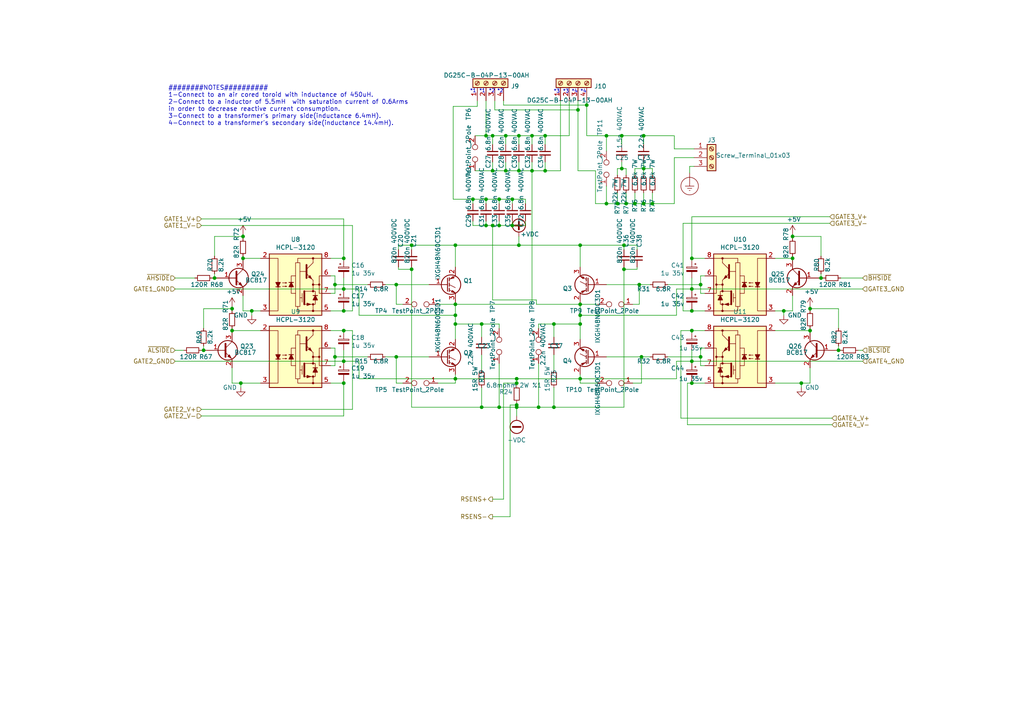
<source format=kicad_sch>
(kicad_sch (version 20200506) (host eeschema "5.99.0-unknown-1f9723c~101~ubuntu18.04.1")
  (page "A4")
  (junction (at 67.31 95.885))
  (junction (at 200.66 90.17))
  (junction (at 154.305 39.37))
  (junction (at 144.78 57.785))
  (junction (at 148.59 57.785))
  (junction (at 175.895 39.37))
  (junction (at 144.78 118.11))
  (junction (at 140.97 39.37))
  (junction (at 144.78 65.405))
  (junction (at 142.875 65.405))
  (junction (at 156.21 118.11))
  (junction (at 132.08 109.855))
  (junction (at 200.66 74.93))
  (junction (at 99.695 104.775))
  (junction (at 160.655 118.11))
  (junction (at 140.97 57.785))
  (junction (at 168.275 109.855))
  (junction (at 114.935 82.55))
  (junction (at 150.495 49.53))
  (junction (at 167.64 31.877))
  (junction (at 70.485 68.58))
  (junction (at 180.34 39.37))
  (junction (at 139.7 118.11))
  (junction (at 99.695 95.885))
  (junction (at 227.33 90.17))
  (junction (at 150.495 71.12))
  (junction (at 149.86 117.475))
  (junction (at 146.685 49.53))
  (junction (at 158.115 39.37))
  (junction (at 132.08 91.44))
  (junction (at 234.95 95.885))
  (junction (at 154.305 49.53))
  (junction (at 200.66 104.775))
  (junction (at 189.23 59.055))
  (junction (at 238.125 80.645))
  (junction (at 186.69 39.37))
  (junction (at 181.61 59.055))
  (junction (at 59.055 101.6))
  (junction (at 99.695 83.82))
  (junction (at 137.16 57.785))
  (junction (at 175.895 59.055))
  (junction (at 200.66 83.82))
  (junction (at 73.025 90.17))
  (junction (at 149.86 118.11))
  (junction (at 99.695 90.17))
  (junction (at 132.08 71.12))
  (junction (at 186.69 59.055))
  (junction (at 186.69 48.895))
  (junction (at 142.875 49.53))
  (junction (at 97.155 82.55))
  (junction (at 158.115 49.53))
  (junction (at 168.275 71.12))
  (junction (at 229.87 68.58))
  (junction (at 168.275 91.44))
  (junction (at 180.975 71.12))
  (junction (at 139.7 93.98))
  (junction (at 149.86 111.125))
  (junction (at 132.08 88.265))
  (junction (at 142.875 39.37))
  (junction (at 67.31 89.535))
  (junction (at 70.485 74.93))
  (junction (at 180.34 48.895))
  (junction (at 148.59 65.405))
  (junction (at 62.23 80.645))
  (junction (at 168.275 93.98))
  (junction (at 99.695 74.93))
  (junction (at 146.685 39.37))
  (junction (at 140.97 65.405))
  (junction (at 243.205 101.6))
  (junction (at 203.2 82.55))
  (junction (at 97.155 103.505))
  (junction (at 203.2 103.505))
  (junction (at 170.18 30.48))
  (junction (at 186.055 103.505))
  (junction (at 132.08 93.98))
  (junction (at 229.87 74.93))
  (junction (at 232.41 111.125))
  (junction (at 200.66 95.885))
  (junction (at 69.85 111.125))
  (junction (at 160.655 93.98))
  (junction (at 185.42 82.55))
  (junction (at 150.495 39.37))
  (junction (at 200.66 111.125))
  (junction (at 99.695 111.125))
  (junction (at 234.95 89.535))
  (junction (at 168.275 88.265))
  (junction (at 179.07 59.055))
  (junction (at 119.38 78.105))
  (junction (at 119.38 71.12))
  (junction (at 184.15 59.055))
  (junction (at 149.86 109.855))
  (junction (at 114.935 103.505))
  (junction (at 180.975 78.105))
  (wire (pts (xy 50.8 80.645) (xy 56.515 80.645)))
  (wire (pts (xy 50.8 83.82) (xy 99.695 83.82)))
  (wire (pts (xy 50.8 101.6) (xy 53.34 101.6)))
  (wire (pts (xy 50.8 104.775) (xy 99.695 104.775)))
  (wire (pts (xy 58.42 65.405) (xy 102.235 65.405)))
  (wire (pts (xy 58.42 101.6) (xy 59.055 101.6)))
  (wire (pts (xy 58.42 118.745) (xy 102.235 118.745)))
  (wire (pts (xy 59.055 89.535) (xy 67.31 89.535)))
  (wire (pts (xy 59.055 95.25) (xy 59.055 89.535)))
  (wire (pts (xy 59.055 100.33) (xy 59.055 101.6)))
  (wire (pts (xy 59.055 101.6) (xy 59.69 101.6)))
  (wire (pts (xy 61.595 80.645) (xy 62.23 80.645)))
  (wire (pts (xy 62.23 68.58) (xy 70.485 68.58)))
  (wire (pts (xy 62.23 74.295) (xy 62.23 68.58)))
  (wire (pts (xy 62.23 79.375) (xy 62.23 80.645)))
  (wire (pts (xy 62.23 80.645) (xy 62.865 80.645)))
  (wire (pts (xy 67.31 88.9) (xy 67.31 89.535)))
  (wire (pts (xy 67.31 89.535) (xy 67.31 90.17)))
  (wire (pts (xy 67.31 95.25) (xy 67.31 95.885)))
  (wire (pts (xy 67.31 95.885) (xy 67.31 96.52)))
  (wire (pts (xy 67.31 95.885) (xy 75.565 95.885)))
  (wire (pts (xy 67.31 106.68) (xy 67.31 111.125)))
  (wire (pts (xy 67.31 111.125) (xy 69.85 111.125)))
  (wire (pts (xy 69.85 111.125) (xy 75.565 111.125)))
  (wire (pts (xy 69.85 112.395) (xy 69.85 111.125)))
  (wire (pts (xy 70.485 67.945) (xy 70.485 68.58)))
  (wire (pts (xy 70.485 68.58) (xy 70.485 69.215)))
  (wire (pts (xy 70.485 74.295) (xy 70.485 74.93)))
  (wire (pts (xy 70.485 74.93) (xy 75.565 74.93)))
  (wire (pts (xy 70.485 75.565) (xy 70.485 74.93)))
  (wire (pts (xy 70.485 85.725) (xy 70.485 90.17)))
  (wire (pts (xy 70.485 90.17) (xy 73.025 90.17)))
  (wire (pts (xy 73.025 90.17) (xy 75.565 90.17)))
  (wire (pts (xy 73.025 91.44) (xy 73.025 90.17)))
  (wire (pts (xy 95.885 74.93) (xy 99.695 74.93)))
  (wire (pts (xy 95.885 85.09) (xy 97.155 85.09)))
  (wire (pts (xy 95.885 90.17) (xy 99.695 90.17)))
  (wire (pts (xy 95.885 95.885) (xy 99.695 95.885)))
  (wire (pts (xy 95.885 106.045) (xy 97.155 106.045)))
  (wire (pts (xy 95.885 111.125) (xy 99.695 111.125)))
  (wire (pts (xy 97.155 80.01) (xy 95.885 80.01)))
  (wire (pts (xy 97.155 82.55) (xy 97.155 80.01)))
  (wire (pts (xy 97.155 82.55) (xy 106.68 82.55)))
  (wire (pts (xy 97.155 85.09) (xy 97.155 82.55)))
  (wire (pts (xy 97.155 100.965) (xy 95.885 100.965)))
  (wire (pts (xy 97.155 103.505) (xy 97.155 100.965)))
  (wire (pts (xy 97.155 103.505) (xy 106.68 103.505)))
  (wire (pts (xy 97.155 106.045) (xy 97.155 103.505)))
  (wire (pts (xy 99.695 63.5) (xy 58.42 63.5)))
  (wire (pts (xy 99.695 74.93) (xy 99.695 63.5)))
  (wire (pts (xy 99.695 74.93) (xy 99.695 75.565)))
  (wire (pts (xy 99.695 80.645) (xy 99.695 83.82)))
  (wire (pts (xy 99.695 83.82) (xy 99.695 84.455)))
  (wire (pts (xy 99.695 83.82) (xy 104.14 83.82)))
  (wire (pts (xy 99.695 90.17) (xy 99.695 89.535)))
  (wire (pts (xy 99.695 90.17) (xy 102.235 90.17)))
  (wire (pts (xy 99.695 95.885) (xy 99.695 96.52)))
  (wire (pts (xy 99.695 101.6) (xy 99.695 104.775)))
  (wire (pts (xy 99.695 104.775) (xy 99.695 105.41)))
  (wire (pts (xy 99.695 111.125) (xy 99.695 110.49)))
  (wire (pts (xy 99.695 111.125) (xy 99.695 120.65)))
  (wire (pts (xy 99.695 120.65) (xy 58.42 120.65)))
  (wire (pts (xy 102.235 90.17) (xy 102.235 65.405)))
  (wire (pts (xy 102.235 95.885) (xy 99.695 95.885)))
  (wire (pts (xy 102.235 118.745) (xy 102.235 95.885)))
  (wire (pts (xy 104.14 83.82) (xy 104.14 91.44)))
  (wire (pts (xy 104.14 91.44) (xy 132.08 91.44)))
  (wire (pts (xy 104.14 104.775) (xy 99.695 104.775)))
  (wire (pts (xy 104.14 109.855) (xy 104.14 104.775)))
  (wire (pts (xy 104.14 109.855) (xy 132.08 109.855)))
  (wire (pts (xy 111.76 82.55) (xy 114.935 82.55)))
  (wire (pts (xy 111.76 103.505) (xy 114.935 103.505)))
  (wire (pts (xy 114.935 82.55) (xy 124.46 82.55)))
  (wire (pts (xy 114.935 88.265) (xy 114.935 82.55)))
  (wire (pts (xy 114.935 103.505) (xy 124.46 103.505)))
  (wire (pts (xy 114.935 111.125) (xy 114.935 103.505)))
  (wire (pts (xy 114.935 111.125) (xy 116.84 111.125)))
  (wire (pts (xy 115.57 71.12) (xy 119.38 71.12)))
  (wire (pts (xy 115.57 72.39) (xy 115.57 71.12)))
  (wire (pts (xy 115.57 77.47) (xy 115.57 78.105)))
  (wire (pts (xy 115.57 78.105) (xy 119.38 78.105)))
  (wire (pts (xy 116.84 88.265) (xy 114.935 88.265)))
  (wire (pts (xy 119.38 71.12) (xy 119.38 72.39)))
  (wire (pts (xy 119.38 71.12) (xy 132.08 71.12)))
  (wire (pts (xy 119.38 78.105) (xy 119.38 77.47)))
  (wire (pts (xy 119.38 78.105) (xy 119.38 118.11)))
  (wire (pts (xy 119.38 118.11) (xy 139.7 118.11)))
  (wire (pts (xy 127 88.265) (xy 132.08 88.265)))
  (wire (pts (xy 127 111.125) (xy 132.08 111.125)))
  (wire (pts (xy 131.445 30.861) (xy 131.445 57.785)))
  (wire (pts (xy 131.445 57.785) (xy 137.16 57.785)))
  (wire (pts (xy 132.08 71.12) (xy 132.08 77.47)))
  (wire (pts (xy 132.08 71.12) (xy 150.495 71.12)))
  (wire (pts (xy 132.08 87.63) (xy 132.08 88.265)))
  (wire (pts (xy 132.08 88.265) (xy 132.08 91.44)))
  (wire (pts (xy 132.08 88.265) (xy 154.305 88.265)))
  (wire (pts (xy 132.08 91.44) (xy 132.08 93.98)))
  (wire (pts (xy 132.08 93.98) (xy 132.08 98.425)))
  (wire (pts (xy 132.08 93.98) (xy 139.7 93.98)))
  (wire (pts (xy 132.08 108.585) (xy 132.08 109.855)))
  (wire (pts (xy 132.08 109.855) (xy 149.86 109.855)))
  (wire (pts (xy 132.08 111.125) (xy 132.08 109.855)))
  (wire (pts (xy 137.16 57.785) (xy 140.97 57.785)))
  (wire (pts (xy 137.16 59.055) (xy 137.16 57.785)))
  (wire (pts (xy 137.16 64.135) (xy 137.16 65.405)))
  (wire (pts (xy 137.16 65.405) (xy 140.97 65.405)))
  (wire (pts (xy 137.795 39.37) (xy 140.97 39.37)))
  (wire (pts (xy 137.795 49.53) (xy 142.875 49.53)))
  (wire (pts (xy 138.43 29.21) (xy 138.43 30.861)))
  (wire (pts (xy 138.43 30.861) (xy 131.445 30.861)))
  (wire (pts (xy 139.7 97.79) (xy 139.7 93.98)))
  (wire (pts (xy 139.7 102.87) (xy 139.7 107.315)))
  (wire (pts (xy 139.7 112.395) (xy 139.7 118.11)))
  (wire (pts (xy 139.7 118.11) (xy 144.78 118.11)))
  (wire (pts (xy 140.97 29.21) (xy 140.97 39.37)))
  (wire (pts (xy 140.97 39.37) (xy 142.875 39.37)))
  (wire (pts (xy 140.97 57.785) (xy 144.78 57.785)))
  (wire (pts (xy 140.97 59.055) (xy 140.97 57.785)))
  (wire (pts (xy 140.97 65.405) (xy 140.97 64.135)))
  (wire (pts (xy 140.97 65.405) (xy 142.875 65.405)))
  (wire (pts (xy 142.875 39.37) (xy 142.875 41.91)))
  (wire (pts (xy 142.875 39.37) (xy 146.685 39.37)))
  (wire (pts (xy 142.875 46.99) (xy 142.875 49.53)))
  (wire (pts (xy 142.875 49.53) (xy 146.685 49.53)))
  (wire (pts (xy 142.875 65.405) (xy 142.875 86.995)))
  (wire (pts (xy 142.875 65.405) (xy 144.78 65.405)))
  (wire (pts (xy 142.875 86.995) (xy 155.575 86.995)))
  (wire (pts (xy 142.875 144.78) (xy 146.05 144.78)))
  (wire (pts (xy 142.875 149.86) (xy 147.955 149.86)))
  (wire (pts (xy 143.51 29.21) (xy 143.51 31.877)))
  (wire (pts (xy 143.51 31.877) (xy 167.64 31.877)))
  (wire (pts (xy 144.78 57.785) (xy 144.78 59.055)))
  (wire (pts (xy 144.78 57.785) (xy 148.59 57.785)))
  (wire (pts (xy 144.78 65.405) (xy 144.78 64.135)))
  (wire (pts (xy 144.78 65.405) (xy 148.59 65.405)))
  (wire (pts (xy 144.78 93.98) (xy 139.7 93.98)))
  (wire (pts (xy 144.78 95.25) (xy 144.78 93.98)))
  (wire (pts (xy 144.78 105.41) (xy 144.78 118.11)))
  (wire (pts (xy 144.78 118.11) (xy 149.86 118.11)))
  (wire (pts (xy 146.05 29.21) (xy 146.05 30.48)))
  (wire (pts (xy 146.05 30.48) (xy 170.18 30.48)))
  (wire (pts (xy 146.05 111.125) (xy 146.05 144.78)))
  (wire (pts (xy 146.05 111.125) (xy 149.86 111.125)))
  (wire (pts (xy 146.685 39.37) (xy 146.685 41.91)))
  (wire (pts (xy 146.685 39.37) (xy 150.495 39.37)))
  (wire (pts (xy 146.685 46.99) (xy 146.685 49.53)))
  (wire (pts (xy 146.685 49.53) (xy 150.495 49.53)))
  (wire (pts (xy 147.955 117.475) (xy 147.955 149.86)))
  (wire (pts (xy 147.955 117.475) (xy 149.86 117.475)))
  (wire (pts (xy 148.59 57.785) (xy 148.59 59.055)))
  (wire (pts (xy 148.59 65.405) (xy 148.59 64.135)))
  (wire (pts (xy 148.59 65.405) (xy 152.4 65.405)))
  (wire (pts (xy 149.86 109.855) (xy 149.86 111.125)))
  (wire (pts (xy 149.86 109.855) (xy 168.275 109.855)))
  (wire (pts (xy 149.86 111.125) (xy 149.86 111.76)))
  (wire (pts (xy 149.86 116.84) (xy 149.86 117.475)))
  (wire (pts (xy 149.86 117.475) (xy 149.86 118.11)))
  (wire (pts (xy 149.86 118.11) (xy 149.86 120.65)))
  (wire (pts (xy 149.86 118.11) (xy 156.21 118.11)))
  (wire (pts (xy 150.495 39.37) (xy 150.495 41.91)))
  (wire (pts (xy 150.495 39.37) (xy 154.305 39.37)))
  (wire (pts (xy 150.495 46.99) (xy 150.495 49.53)))
  (wire (pts (xy 150.495 49.53) (xy 154.305 49.53)))
  (wire (pts (xy 150.495 68.58) (xy 150.495 71.12)))
  (wire (pts (xy 150.495 71.12) (xy 168.275 71.12)))
  (wire (pts (xy 152.4 57.785) (xy 148.59 57.785)))
  (wire (pts (xy 152.4 59.055) (xy 152.4 57.785)))
  (wire (pts (xy 152.4 65.405) (xy 152.4 64.135)))
  (wire (pts (xy 154.305 39.37) (xy 154.305 41.91)))
  (wire (pts (xy 154.305 39.37) (xy 158.115 39.37)))
  (wire (pts (xy 154.305 46.99) (xy 154.305 49.53)))
  (wire (pts (xy 154.305 49.53) (xy 158.115 49.53)))
  (wire (pts (xy 154.305 88.265) (xy 154.305 49.53)))
  (wire (pts (xy 155.575 86.995) (xy 155.575 88.265)))
  (wire (pts (xy 155.575 88.265) (xy 168.275 88.265)))
  (wire (pts (xy 156.21 93.98) (xy 160.655 93.98)))
  (wire (pts (xy 156.21 95.25) (xy 156.21 93.98)))
  (wire (pts (xy 156.21 105.41) (xy 156.21 118.11)))
  (wire (pts (xy 156.21 118.11) (xy 160.655 118.11)))
  (wire (pts (xy 158.115 39.37) (xy 158.115 41.91)))
  (wire (pts (xy 158.115 39.37) (xy 165.1 39.37)))
  (wire (pts (xy 158.115 46.99) (xy 158.115 49.53)))
  (wire (pts (xy 158.115 49.53) (xy 162.56 49.53)))
  (wire (pts (xy 160.655 93.98) (xy 168.275 93.98)))
  (wire (pts (xy 160.655 97.79) (xy 160.655 93.98)))
  (wire (pts (xy 160.655 102.87) (xy 160.655 107.315)))
  (wire (pts (xy 160.655 112.395) (xy 160.655 118.11)))
  (wire (pts (xy 160.655 118.11) (xy 180.975 118.11)))
  (wire (pts (xy 162.56 29.21) (xy 162.56 49.53)))
  (wire (pts (xy 165.1 39.37) (xy 165.1 29.21)))
  (wire (pts (xy 167.64 29.21) (xy 167.64 31.877)))
  (wire (pts (xy 167.64 31.877) (xy 167.64 49.53)))
  (wire (pts (xy 167.64 49.53) (xy 172.72 49.53)))
  (wire (pts (xy 168.275 71.12) (xy 168.275 77.47)))
  (wire (pts (xy 168.275 71.12) (xy 180.975 71.12)))
  (wire (pts (xy 168.275 87.63) (xy 168.275 88.265)))
  (wire (pts (xy 168.275 88.265) (xy 168.275 91.44)))
  (wire (pts (xy 168.275 88.265) (xy 173.355 88.265)))
  (wire (pts (xy 168.275 91.44) (xy 168.275 93.98)))
  (wire (pts (xy 168.275 91.44) (xy 196.215 91.44)))
  (wire (pts (xy 168.275 93.98) (xy 168.275 98.425)))
  (wire (pts (xy 168.275 109.855) (xy 168.275 108.585)))
  (wire (pts (xy 168.275 109.855) (xy 168.275 111.125)))
  (wire (pts (xy 168.275 109.855) (xy 196.215 109.855)))
  (wire (pts (xy 168.275 111.125) (xy 173.355 111.125)))
  (wire (pts (xy 170.18 29.21) (xy 170.18 30.48)))
  (wire (pts (xy 170.18 30.48) (xy 170.18 39.37)))
  (wire (pts (xy 170.18 39.37) (xy 175.895 39.37)))
  (wire (pts (xy 172.72 49.53) (xy 172.72 59.055)))
  (wire (pts (xy 172.72 59.055) (xy 175.895 59.055)))
  (wire (pts (xy 175.895 39.37) (xy 175.895 43.815)))
  (wire (pts (xy 175.895 39.37) (xy 180.34 39.37)))
  (wire (pts (xy 175.895 53.975) (xy 175.895 59.055)))
  (wire (pts (xy 175.895 59.055) (xy 179.07 59.055)))
  (wire (pts (xy 179.07 48.895) (xy 179.07 50.8)))
  (wire (pts (xy 179.07 55.88) (xy 179.07 59.055)))
  (wire (pts (xy 179.07 59.055) (xy 181.61 59.055)))
  (wire (pts (xy 180.34 39.37) (xy 180.34 41.91)))
  (wire (pts (xy 180.34 39.37) (xy 186.69 39.37)))
  (wire (pts (xy 180.34 46.99) (xy 180.34 48.895)))
  (wire (pts (xy 180.34 48.895) (xy 179.07 48.895)))
  (wire (pts (xy 180.34 48.895) (xy 181.61 48.895)))
  (wire (pts (xy 180.975 71.12) (xy 180.975 72.39)))
  (wire (pts (xy 180.975 78.105) (xy 180.975 77.47)))
  (wire (pts (xy 180.975 118.11) (xy 180.975 78.105)))
  (wire (pts (xy 181.61 48.895) (xy 181.61 50.8)))
  (wire (pts (xy 181.61 55.88) (xy 181.61 59.055)))
  (wire (pts (xy 181.61 59.055) (xy 184.15 59.055)))
  (wire (pts (xy 183.515 88.265) (xy 185.42 88.265)))
  (wire (pts (xy 183.515 111.125) (xy 186.055 111.125)))
  (wire (pts (xy 184.15 48.895) (xy 186.69 48.895)))
  (wire (pts (xy 184.15 50.8) (xy 184.15 48.895)))
  (wire (pts (xy 184.15 55.88) (xy 184.15 59.055)))
  (wire (pts (xy 184.15 59.055) (xy 186.69 59.055)))
  (wire (pts (xy 184.785 71.12) (xy 180.975 71.12)))
  (wire (pts (xy 184.785 72.39) (xy 184.785 71.12)))
  (wire (pts (xy 184.785 77.47) (xy 184.785 78.105)))
  (wire (pts (xy 184.785 78.105) (xy 180.975 78.105)))
  (wire (pts (xy 185.42 82.55) (xy 175.895 82.55)))
  (wire (pts (xy 185.42 88.265) (xy 185.42 82.55)))
  (wire (pts (xy 186.055 103.505) (xy 175.895 103.505)))
  (wire (pts (xy 186.055 103.505) (xy 186.055 111.125)))
  (wire (pts (xy 186.055 103.505) (xy 188.595 103.505)))
  (wire (pts (xy 186.69 39.37) (xy 186.69 41.91)))
  (wire (pts (xy 186.69 39.37) (xy 195.58 39.37)))
  (wire (pts (xy 186.69 46.99) (xy 186.69 48.895)))
  (wire (pts (xy 186.69 48.895) (xy 186.69 50.8)))
  (wire (pts (xy 186.69 48.895) (xy 189.23 48.895)))
  (wire (pts (xy 186.69 55.88) (xy 186.69 59.055)))
  (wire (pts (xy 186.69 59.055) (xy 189.23 59.055)))
  (wire (pts (xy 188.595 82.55) (xy 185.42 82.55)))
  (wire (pts (xy 189.23 48.895) (xy 189.23 50.8)))
  (wire (pts (xy 189.23 55.88) (xy 189.23 59.055)))
  (wire (pts (xy 189.23 59.055) (xy 195.58 59.055)))
  (wire (pts (xy 193.675 82.55) (xy 203.2 82.55)))
  (wire (pts (xy 193.675 103.505) (xy 203.2 103.505)))
  (wire (pts (xy 195.58 39.37) (xy 195.58 43.18)))
  (wire (pts (xy 195.58 43.18) (xy 201.295 43.18)))
  (wire (pts (xy 195.58 45.72) (xy 201.295 45.72)))
  (wire (pts (xy 195.58 59.055) (xy 195.58 45.72)))
  (wire (pts (xy 196.215 83.82) (xy 200.66 83.82)))
  (wire (pts (xy 196.215 91.44) (xy 196.215 83.82)))
  (wire (pts (xy 196.215 104.775) (xy 196.215 109.855)))
  (wire (pts (xy 197.485 95.885) (xy 200.66 95.885)))
  (wire (pts (xy 197.485 121.285) (xy 197.485 95.885)))
  (wire (pts (xy 198.12 64.77) (xy 198.12 90.17)))
  (wire (pts (xy 198.12 90.17) (xy 200.66 90.17)))
  (wire (pts (xy 199.39 111.125) (xy 200.66 111.125)))
  (wire (pts (xy 199.39 123.19) (xy 199.39 111.125)))
  (wire (pts (xy 200.025 48.26) (xy 200.025 50.165)))
  (wire (pts (xy 200.025 48.26) (xy 201.295 48.26)))
  (wire (pts (xy 200.66 62.865) (xy 240.665 62.865)))
  (wire (pts (xy 200.66 74.93) (xy 200.66 62.865)))
  (wire (pts (xy 200.66 74.93) (xy 200.66 75.565)))
  (wire (pts (xy 200.66 80.645) (xy 200.66 83.82)))
  (wire (pts (xy 200.66 83.82) (xy 200.66 84.455)))
  (wire (pts (xy 200.66 83.82) (xy 250.19 83.82)))
  (wire (pts (xy 200.66 90.17) (xy 200.66 89.535)))
  (wire (pts (xy 200.66 95.885) (xy 200.66 96.52)))
  (wire (pts (xy 200.66 101.6) (xy 200.66 104.775)))
  (wire (pts (xy 200.66 104.775) (xy 196.215 104.775)))
  (wire (pts (xy 200.66 104.775) (xy 200.66 105.41)))
  (wire (pts (xy 200.66 104.775) (xy 250.19 104.775)))
  (wire (pts (xy 200.66 111.125) (xy 200.66 110.49)))
  (wire (pts (xy 203.2 80.01) (xy 204.47 80.01)))
  (wire (pts (xy 203.2 82.55) (xy 203.2 80.01)))
  (wire (pts (xy 203.2 85.09) (xy 203.2 82.55)))
  (wire (pts (xy 203.2 100.965) (xy 203.2 103.505)))
  (wire (pts (xy 203.2 100.965) (xy 204.47 100.965)))
  (wire (pts (xy 203.2 103.505) (xy 203.2 106.045)))
  (wire (pts (xy 204.47 74.93) (xy 200.66 74.93)))
  (wire (pts (xy 204.47 85.09) (xy 203.2 85.09)))
  (wire (pts (xy 204.47 90.17) (xy 200.66 90.17)))
  (wire (pts (xy 204.47 95.885) (xy 200.66 95.885)))
  (wire (pts (xy 204.47 106.045) (xy 203.2 106.045)))
  (wire (pts (xy 204.47 111.125) (xy 200.66 111.125)))
  (wire (pts (xy 224.79 95.885) (xy 234.95 95.885)))
  (wire (pts (xy 224.79 111.125) (xy 232.41 111.125)))
  (wire (pts (xy 227.33 90.17) (xy 224.79 90.17)))
  (wire (pts (xy 227.33 91.44) (xy 227.33 90.17)))
  (wire (pts (xy 229.87 67.945) (xy 229.87 68.58)))
  (wire (pts (xy 229.87 68.58) (xy 229.87 69.215)))
  (wire (pts (xy 229.87 74.295) (xy 229.87 74.93)))
  (wire (pts (xy 229.87 74.93) (xy 224.79 74.93)))
  (wire (pts (xy 229.87 75.565) (xy 229.87 74.93)))
  (wire (pts (xy 229.87 85.725) (xy 229.87 90.17)))
  (wire (pts (xy 229.87 90.17) (xy 227.33 90.17)))
  (wire (pts (xy 232.41 112.395) (xy 232.41 111.125)))
  (wire (pts (xy 234.95 88.9) (xy 234.95 89.535)))
  (wire (pts (xy 234.95 89.535) (xy 234.95 90.17)))
  (wire (pts (xy 234.95 95.25) (xy 234.95 95.885)))
  (wire (pts (xy 234.95 96.52) (xy 234.95 95.885)))
  (wire (pts (xy 234.95 106.68) (xy 234.95 111.125)))
  (wire (pts (xy 234.95 111.125) (xy 232.41 111.125)))
  (wire (pts (xy 238.125 68.58) (xy 229.87 68.58)))
  (wire (pts (xy 238.125 74.295) (xy 238.125 68.58)))
  (wire (pts (xy 238.125 79.375) (xy 238.125 80.645)))
  (wire (pts (xy 238.125 80.645) (xy 237.49 80.645)))
  (wire (pts (xy 238.76 80.645) (xy 238.125 80.645)))
  (wire (pts (xy 240.665 64.77) (xy 198.12 64.77)))
  (wire (pts (xy 241.3 121.285) (xy 197.485 121.285)))
  (wire (pts (xy 241.3 123.19) (xy 199.39 123.19)))
  (wire (pts (xy 243.205 89.535) (xy 234.95 89.535)))
  (wire (pts (xy 243.205 95.25) (xy 243.205 89.535)))
  (wire (pts (xy 243.205 100.33) (xy 243.205 101.6)))
  (wire (pts (xy 243.205 101.6) (xy 242.57 101.6)))
  (wire (pts (xy 243.84 101.6) (xy 243.205 101.6)))
  (wire (pts (xy 250.19 80.645) (xy 243.84 80.645)))
  (wire (pts (xy 250.19 101.6) (xy 248.92 101.6)))
  (text "########NOTES##########\n1-Connect to an air cored toroid with inductance of 450uH.\n2-Connect to a inductor of 5.5mH  with saturation current of 0.6Arms \nin order to decrease reactive current consumption. \n3-Connect to a transformer's primary side(inductance 6.4mH).\n4-Connect to a transformer's secondary side(inductance 14.4mH).\n" (at 48.768 36.576 0) (effects (font (size 1.27 1.27)) (justify left bottom)))
  (text "*1" (at 138.176 27.051 180) (effects (font (size 1 1)) (justify right bottom)))
  (text "*1\n" (at 140.843 27.051 180) (effects (font (size 1 1)) (justify right bottom)))
  (text "*2" (at 141.732 27.051 0) (effects (font (size 0.991 0.991)) (justify left bottom)))
  (text "*2" (at 144.145 27.051 0) (effects (font (size 0.991 0.991)) (justify left bottom)))
  (text "*3" (at 160.528 27.178 0) (effects (font (size 1 1)) (justify left bottom)))
  (text "*3" (at 163.195 27.178 0) (effects (font (size 0.991 0.991)) (justify left bottom)))
  (text "*4" (at 165.735 27.178 0) (effects (font (size 0.991 0.991)) (justify left bottom)))
  (text "*4" (at 168.275 27.178 0) (effects (font (size 0.991 0.991)) (justify left bottom)))
  (hierarchical_label "~AHSIDE" (shape input) (at 50.8 80.645 180))
  (hierarchical_label "GATE1_GND" (shape input) (at 50.8 83.82 180))
  (hierarchical_label "~ALSIDE" (shape input) (at 50.8 101.6 180))
  (hierarchical_label "GATE2_GND" (shape input) (at 50.8 104.775 180))
  (hierarchical_label "GATE1_V+" (shape input) (at 58.42 63.5 180))
  (hierarchical_label "GATE1_V-" (shape input) (at 58.42 65.405 180))
  (hierarchical_label "GATE2_V+" (shape input) (at 58.42 118.745 180))
  (hierarchical_label "GATE2_V-" (shape input) (at 58.42 120.65 180))
  (hierarchical_label "RSENS+" (shape output) (at 142.875 144.78 180))
  (hierarchical_label "RSENS-" (shape output) (at 142.875 149.86 180))
  (hierarchical_label "GATE3_V+" (shape input) (at 240.665 62.865 0))
  (hierarchical_label "GATE3_V-" (shape input) (at 240.665 64.77 0))
  (hierarchical_label "GATE4_V+" (shape input) (at 241.3 121.285 0))
  (hierarchical_label "GATE4_V-" (shape input) (at 241.3 123.19 0))
  (hierarchical_label "~BHSIDE" (shape input) (at 250.19 80.645 0))
  (hierarchical_label "GATE3_GND" (shape input) (at 250.19 83.82 0))
  (hierarchical_label "~BLSIDE" (shape input) (at 250.19 101.6 0))
  (hierarchical_label "GATE4_GND" (shape input) (at 250.19 104.775 0))
  (symbol (lib_id "power:+5V") (at 67.31 88.9 0) (unit 1)
    (property "Reference" "#PWR0126" (effects hide))
    (property "Value" "+5V" (at 67.691 84.582 0))
  )
  (symbol (lib_id "power:+5V") (at 70.485 67.945 0) (unit 1)
    (property "Reference" "#PWR0129" (effects hide))
    (property "Value" "+5V" (at 70.866 63.627 0))
  )
  (symbol (lib_id "power:+5V") (at 229.87 67.945 0) (unit 1)
    (property "Reference" "#PWR0123" (effects hide))
    (property "Value" "+5V" (at 230.2383 63.6206 0))
  )
  (symbol (lib_id "power:+5V") (at 234.95 88.9 0) (unit 1)
    (property "Reference" "#PWR0125" (effects hide))
    (property "Value" "+5V" (at 235.331 84.582 0))
  )
  (symbol (lib_id "power:GND") (at 69.85 112.395 0) (unit 1)
    (property "Reference" "#PWR0127" (effects hide))
    (property "Value" "GND" (at 66.675 112.395 0))
  )
  (symbol (lib_id "power:GND") (at 73.025 91.44 0) (unit 1)
    (property "Reference" "#PWR0128" (effects hide))
    (property "Value" "GND" (at 69.85 91.44 0))
  )
  (symbol (lib_id "power:GND") (at 227.33 91.44 0) (mirror y) (unit 1)
    (property "Reference" "#PWR032" (effects hide))
    (property "Value" "GND" (at 230.505 91.44 0))
  )
  (symbol (lib_id "power:GND") (at 232.41 112.395 0) (mirror y) (unit 1)
    (property "Reference" "#PWR0124" (effects hide))
    (property "Value" "GND" (at 235.585 112.395 0))
  )
  (symbol (lib_id "Device:R_Small") (at 55.88 101.6 270) (mirror x) (unit 1)
    (property "Reference" "R67" (at 59.69 103.505 90))
    (property "Value" "120R" (at 54.61 103.505 90))
    (property "Footprint" "Resistor_SMD:R_0805_2012Metric" (effects hide))
    (property "Link" "https://ozdisan.com/passive-components/resistors/smt-smd-and-chip-resistors/0805S8J0121T5E" (effects hide))
    (property "Price" "0.01492TL" (effects hide))
  )
  (symbol (lib_id "Device:R_Small") (at 59.055 80.645 270) (mirror x) (unit 1)
    (property "Reference" "R68" (at 62.865 82.55 90))
    (property "Value" "120R" (at 57.785 82.55 90))
    (property "Footprint" "Resistor_SMD:R_0805_2012Metric" (effects hide))
    (property "Link" "https://ozdisan.com/passive-components/resistors/smt-smd-and-chip-resistors/0805S8J0121T5E" (effects hide))
    (property "Price" "0.01492TL" (effects hide))
  )
  (symbol (lib_name "Device:R_Small_21") (lib_id "Device:R_Small") (at 59.055 97.79 180) (unit 1)
    (property "Reference" "R69" (at 57.785 97.79 90))
    (property "Value" "8.2k" (at 60.96 97.79 90))
    (property "Footprint" "Resistor_SMD:R_0805_2012Metric" (effects hide))
    (property "Link" "https://ozdisan.com/passive-components/resistors/smt-smd-and-chip-resistors/0805S8J0822T5E" (effects hide))
    (property "Price" "0.01518TL" (effects hide))
  )
  (symbol (lib_name "Device:R_Small_16") (lib_id "Device:R_Small") (at 62.23 76.835 180) (unit 1)
    (property "Reference" "R70" (at 60.96 76.835 90))
    (property "Value" "8.2k" (at 64.135 76.835 90))
    (property "Footprint" "Resistor_SMD:R_0805_2012Metric" (effects hide))
    (property "Link" "https://ozdisan.com/passive-components/resistors/smt-smd-and-chip-resistors/0805S8J0822T5E" (effects hide))
    (property "Price" "0.01518TL" (effects hide))
  )
  (symbol (lib_name "Device:R_Small_19") (lib_id "Device:R_Small") (at 67.31 92.71 0) (unit 1)
    (property "Reference" "R71" (at 65.405 88.9 90))
    (property "Value" "82R" (at 65.405 93.98 90))
    (property "Footprint" "Resistor_SMD:R_0805_2012Metric" (effects hide))
    (property "Link" "https://ozdisan.com/passive-components/resistors/smt-smd-and-chip-resistors/0805S8J0820T5E" (effects hide))
    (property "Price" "0.01518TL" (effects hide))
  )
  (symbol (lib_name "Device:R_Small_18") (lib_id "Device:R_Small") (at 70.485 71.755 0) (unit 1)
    (property "Reference" "R72" (at 68.58 67.945 90))
    (property "Value" "82R" (at 68.58 73.025 90))
    (property "Footprint" "Resistor_SMD:R_0805_2012Metric" (effects hide))
    (property "Link" "https://ozdisan.com/passive-components/resistors/smt-smd-and-chip-resistors/0805S8J0820T5E" (effects hide))
    (property "Price" "0.01518TL" (effects hide))
  )
  (symbol (lib_name "Device:R_Small_6") (lib_id "Device:R_Small") (at 109.22 82.55 90) (unit 1)
    (property "Reference" "R14" (at 104.775 83.82 90))
    (property "Value" "6.8R" (at 110.49 83.82 90))
    (property "Footprint" "Resistor_THT:R_Axial_DIN0207_L6.3mm_D2.5mm_P10.16mm_Horizontal" (effects hide))
    (property "Link" "https://ozdisan.com/passive-components/resistors/tht-through-hole-resistors/CFR0W4J068JA50" (effects hide))
    (property "Price" "0.04819TL" (effects hide))
  )
  (symbol (lib_name "Device:R_Small_7") (lib_id "Device:R_Small") (at 109.22 103.505 90) (unit 1)
    (property "Reference" "R15" (at 104.775 104.775 90))
    (property "Value" "6.8R" (at 110.49 104.775 90))
    (property "Footprint" "Resistor_THT:R_Axial_DIN0207_L6.3mm_D2.5mm_P10.16mm_Horizontal" (effects hide))
    (property "Link" "https://ozdisan.com/passive-components/resistors/tht-through-hole-resistors/CFR0W4J068JA50" (effects hide))
    (property "Price" "0.04819TL" (effects hide))
  )
  (symbol (lib_name "Device:R_Small_23") (lib_id "Device:R_Small") (at 139.7 109.855 0) (unit 1)
    (property "Reference" "R19" (at 139.7 111.125 90) (effects (justify left)))
    (property "Value" "15R 5W" (at 137.795 113.665 90) (effects (justify left)))
    (property "Footprint" "Resistor_THT:R_Axial_Power_L25.0mm_W9.0mm_P30.48mm" (effects hide))
    (property "Link" "https://ozdisan.com/passive-components/resistors/tht-through-hole-resistors/MOR05SJ0150B07" (effects hide))
    (property "Price" "1.22144TL" (effects hide))
  )
  (symbol (lib_name "Device:R_Small_11") (lib_id "Device:R_Small") (at 149.86 114.3 0) (unit 1)
    (property "Reference" "R24" (at 144.78 113.665 0) (effects (justify left)))
    (property "Value" "6.8mohm 2W %1" (at 140.97 111.76 0) (effects (justify left)))
    (property "Footprint" "Resistor_SMD:R_2512_6332Metric" (effects hide))
    (property "Link" "https://ozdisan.com/passive-components/resistors/precision-power-and-shunt-resistors/BVT-I-R0068-1-0" (effects hide))
    (property "Price" "6.25945TL" (effects hide))
  )
  (symbol (lib_name "Device:R_Small_1") (lib_id "Device:R_Small") (at 160.655 109.855 0) (unit 1)
    (property "Reference" "R25" (at 160.655 111.125 90) (effects (justify left)))
    (property "Value" "15R 5W" (at 158.75 113.665 90) (effects (justify left)))
    (property "Footprint" "Resistor_THT:R_Axial_Power_L25.0mm_W9.0mm_P30.48mm" (effects hide))
    (property "Link" "https://ozdisan.com/passive-components/resistors/tht-through-hole-resistors/MOR05SJ0150B07" (effects hide))
    (property "Price" "1.22144TL" (effects hide))
  )
  (symbol (lib_name "Device:R_Small_15") (lib_id "Device:R_Small") (at 179.07 53.34 0) (unit 1)
    (property "Reference" "R73" (at 179.07 62.23 90) (effects (justify left)))
    (property "Value" "22k 7W" (at 178.435 59.055 90) (effects (justify left)))
    (property "Footprint" "Resistor_THT:R_Axial_DIN0922_L20.0mm_D9.0mm_P30.48mm_Horizontal" (effects hide))
    (property "Link" "https://ozdisan.com/passive-components/resistors/tht-through-hole-resistors/MOR07SJ0223B00" (effects hide))
    (property "Price" "1.35215TL" (effects hide))
  )
  (symbol (lib_name "Device:R_Small_12") (lib_id "Device:R_Small") (at 181.61 53.34 0) (unit 1)
    (property "Reference" "R74" (at 181.61 62.23 90) (effects (justify left)))
    (property "Value" "22k 7W" (at 180.975 59.055 90) (effects (justify left)))
    (property "Footprint" "Resistor_THT:R_Axial_DIN0922_L20.0mm_D9.0mm_P30.48mm_Horizontal" (effects hide))
    (property "Link" "https://ozdisan.com/passive-components/resistors/tht-through-hole-resistors/MOR07SJ0223B00" (effects hide))
    (property "Price" "1.35215TL" (effects hide))
  )
  (symbol (lib_name "Device:R_Small_13") (lib_id "Device:R_Small") (at 184.15 53.34 0) (unit 1)
    (property "Reference" "R75" (at 184.15 61.595 90) (effects (justify left)))
    (property "Value" "6.8k 7W" (at 184.15 53.975 90) (effects (justify left)))
    (property "Footprint" "Resistor_THT:R_Axial_Power_L25.0mm_W9.0mm_P30.48mm" (effects hide))
    (property "Link" "https://ozdisan.com/passive-components/resistors/tht-through-hole-resistors/MOR07SJ0682B00" (effects hide))
    (property "Price" "1.35707TL" (effects hide))
  )
  (symbol (lib_name "Device:R_Small_5") (lib_id "Device:R_Small") (at 186.69 53.34 0) (unit 1)
    (property "Reference" "R76" (at 186.69 61.595 90) (effects (justify left)))
    (property "Value" "6.8k 7W" (at 186.69 53.975 90) (effects (justify left)))
    (property "Footprint" "Resistor_THT:R_Axial_Power_L25.0mm_W9.0mm_P30.48mm" (effects hide))
    (property "Link" "https://ozdisan.com/passive-components/resistors/tht-through-hole-resistors/MOR07SJ0682B00" (effects hide))
    (property "Price" "1.35707TL" (effects hide))
  )
  (symbol (lib_name "Device:R_Small_10") (lib_id "Device:R_Small") (at 189.23 53.34 0) (unit 1)
    (property "Reference" "R77" (at 189.23 61.595 90) (effects (justify left)))
    (property "Value" "6.8k 7W" (at 189.23 53.975 90) (effects (justify left)))
    (property "Footprint" "Resistor_THT:R_Axial_Power_L25.0mm_W9.0mm_P30.48mm" (effects hide))
    (property "Link" "https://ozdisan.com/passive-components/resistors/tht-through-hole-resistors/MOR07SJ0682B00" (effects hide))
    (property "Price" "1.35707TL" (effects hide))
  )
  (symbol (lib_name "Device:R_Small_8") (lib_id "Device:R_Small") (at 191.135 82.55 90) (unit 1)
    (property "Reference" "R31" (at 186.69 83.82 90))
    (property "Value" "6.8R" (at 192.405 83.82 90))
    (property "Footprint" "Resistor_THT:R_Axial_DIN0207_L6.3mm_D2.5mm_P10.16mm_Horizontal" (effects hide))
    (property "Link" "https://ozdisan.com/passive-components/resistors/tht-through-hole-resistors/CFR0W4J068JA50" (effects hide))
    (property "Price" "0.04819TL" (effects hide))
  )
  (symbol (lib_name "Device:R_Small_17") (lib_id "Device:R_Small") (at 191.135 103.505 90) (unit 1)
    (property "Reference" "R32" (at 186.69 104.775 90))
    (property "Value" "6.8R" (at 192.405 104.775 90))
    (property "Footprint" "Resistor_THT:R_Axial_DIN0207_L6.3mm_D2.5mm_P10.16mm_Horizontal" (effects hide))
    (property "Link" "https://ozdisan.com/passive-components/resistors/tht-through-hole-resistors/CFR0W4J068JA50" (effects hide))
    (property "Price" "0.04819TL" (effects hide))
  )
  (symbol (lib_name "Device:R_Small_20") (lib_id "Device:R_Small") (at 229.87 71.755 0) (unit 1)
    (property "Reference" "R78" (at 227.965 67.945 90))
    (property "Value" "82R" (at 227.965 73.025 90))
    (property "Footprint" "Resistor_SMD:R_0805_2012Metric" (effects hide))
    (property "Link" "https://ozdisan.com/passive-components/resistors/smt-smd-and-chip-resistors/0805S8J0820T5E" (effects hide))
    (property "Price" "0.01518TL" (effects hide))
  )
  (symbol (lib_name "Device:R_Small_2") (lib_id "Device:R_Small") (at 234.95 92.71 0) (unit 1)
    (property "Reference" "R79" (at 233.045 88.9 90))
    (property "Value" "82R" (at 233.045 93.98 90))
    (property "Footprint" "Resistor_SMD:R_0805_2012Metric" (effects hide))
    (property "Link" "https://ozdisan.com/passive-components/resistors/smt-smd-and-chip-resistors/0805S8J0820T5E" (effects hide))
    (property "Price" "0.01518TL" (effects hide))
  )
  (symbol (lib_name "Device:R_Small_9") (lib_id "Device:R_Small") (at 238.125 76.835 180) (unit 1)
    (property "Reference" "R80" (at 236.855 76.835 90))
    (property "Value" "8.2k" (at 240.03 76.835 90))
    (property "Footprint" "Resistor_SMD:R_0805_2012Metric" (effects hide))
    (property "Link" "https://ozdisan.com/passive-components/resistors/smt-smd-and-chip-resistors/0805S8J0822T5E" (effects hide))
    (property "Price" "0.01518TL" (effects hide))
  )
  (symbol (lib_id "Device:R_Small") (at 241.3 80.645 270) (mirror x) (unit 1)
    (property "Reference" "R81" (at 245.11 82.55 90))
    (property "Value" "120R" (at 240.03 82.55 90))
    (property "Footprint" "Resistor_SMD:R_0805_2012Metric" (effects hide))
    (property "Link" "https://ozdisan.com/passive-components/resistors/smt-smd-and-chip-resistors/0805S8J0121T5E" (effects hide))
    (property "Price" "0.01492TL" (effects hide))
  )
  (symbol (lib_name "Device:R_Small_3") (lib_id "Device:R_Small") (at 243.205 97.79 180) (unit 1)
    (property "Reference" "R82" (at 241.935 97.79 90))
    (property "Value" "8.2k" (at 245.11 97.79 90))
    (property "Footprint" "Resistor_SMD:R_0805_2012Metric" (effects hide))
    (property "Link" "https://ozdisan.com/passive-components/resistors/smt-smd-and-chip-resistors/0805S8J0822T5E" (effects hide))
    (property "Price" "0.01518TL" (effects hide))
  )
  (symbol (lib_name "Device:R_Small_4") (lib_id "Device:R_Small") (at 246.38 101.6 270) (mirror x) (unit 1)
    (property "Reference" "R83" (at 250.19 103.505 90))
    (property "Value" "120R" (at 245.11 103.505 90))
    (property "Footprint" "Resistor_SMD:R_0805_2012Metric" (effects hide))
    (property "Link" "https://ozdisan.com/passive-components/resistors/smt-smd-and-chip-resistors/0805S8J0121T5E" (effects hide))
    (property "Price" "0.01492TL" (effects hide))
  )
  (symbol (lib_id "Device:CP_Small") (at 99.695 78.105 0) (unit 1)
    (property "Reference" "C16" (at 101.8541 76.9556 0) (effects (justify left)))
    (property "Value" "1u 35v" (at 101.8541 79.2543 0) (effects (justify left)))
    (property "Footprint" "Capacitor_THT:CP_Radial_D5.0mm_P2.50mm" (effects hide))
    (property "Link" "https://ozdisan.com/passive-components/capacitors/aluminum-capacitors/SD1J105M05011PC" (effects hide))
    (property "Price" "0.12553TL" (effects hide))
  )
  (symbol (lib_id "Device:CP_Small") (at 99.695 86.995 0) (unit 1)
    (property "Reference" "C17" (at 101.854 85.852 0) (effects (justify left)))
    (property "Value" "1u 35v" (at 101.854 88.138 0) (effects (justify left)))
    (property "Footprint" "Capacitor_THT:CP_Radial_D5.0mm_P2.50mm" (effects hide))
    (property "Link" "https://ozdisan.com/passive-components/capacitors/aluminum-capacitors/SD1J105M05011PC" (effects hide))
    (property "Price" "0.12553TL" (effects hide))
  )
  (symbol (lib_id "Device:CP_Small") (at 99.695 99.06 0) (unit 1)
    (property "Reference" "C18" (at 101.854 97.917 0) (effects (justify left)))
    (property "Value" "1u 35v" (at 101.854 100.203 0) (effects (justify left)))
    (property "Footprint" "Capacitor_THT:CP_Radial_D5.0mm_P2.50mm" (effects hide))
    (property "Link" "https://ozdisan.com/passive-components/capacitors/aluminum-capacitors/SD1J105M05011PC" (effects hide))
    (property "Price" "0.12553TL" (effects hide))
  )
  (symbol (lib_id "Device:CP_Small") (at 99.695 107.95 0) (unit 1)
    (property "Reference" "C19" (at 101.854 106.807 0) (effects (justify left)))
    (property "Value" "1u 35v" (at 101.854 109.093 0) (effects (justify left)))
    (property "Footprint" "Capacitor_THT:CP_Radial_D5.0mm_P2.50mm" (effects hide))
    (property "Link" "https://ozdisan.com/passive-components/capacitors/aluminum-capacitors/SD1J105M05011PC" (effects hide))
    (property "Price" "0.12553TL" (effects hide))
  )
  (symbol (lib_id "Device:CP_Small") (at 200.66 78.105 0) (mirror y) (unit 1)
    (property "Reference" "C41" (at 198.501 76.962 0) (effects (justify left)))
    (property "Value" "1u 35v" (at 198.501 79.248 0) (effects (justify left)))
    (property "Footprint" "Capacitor_THT:CP_Radial_D5.0mm_P2.50mm" (effects hide))
    (property "Link" "https://ozdisan.com/passive-components/capacitors/aluminum-capacitors/SD1J105M05011PC" (effects hide))
    (property "Price" "0.12553TL" (effects hide))
  )
  (symbol (lib_id "Device:CP_Small") (at 200.66 86.995 0) (mirror y) (unit 1)
    (property "Reference" "C42" (at 198.501 85.852 0) (effects (justify left)))
    (property "Value" "1u 35v" (at 198.501 88.138 0) (effects (justify left)))
    (property "Footprint" "Capacitor_THT:CP_Radial_D5.0mm_P2.50mm" (effects hide))
    (property "Link" "https://ozdisan.com/passive-components/capacitors/aluminum-capacitors/SD1J105M05011PC" (effects hide))
    (property "Price" "0.12553TL" (effects hide))
  )
  (symbol (lib_name "Device:CP_Small_1") (lib_id "Device:CP_Small") (at 200.66 99.06 0) (mirror y) (unit 1)
    (property "Reference" "C43" (at 198.501 97.917 0) (effects (justify left)))
    (property "Value" "1u 35v" (at 203.835 100.965 0) (effects (justify left)))
    (property "Footprint" "Capacitor_THT:CP_Radial_D5.0mm_P2.50mm" (effects hide))
    (property "Link" "https://ozdisan.com/passive-components/capacitors/aluminum-capacitors/SD1J105M05011PC" (effects hide))
    (property "Price" "0.12553TL" (effects hide))
  )
  (symbol (lib_id "Device:CP_Small") (at 200.66 107.95 0) (mirror y) (unit 1)
    (property "Reference" "C44" (at 198.501 106.807 0) (effects (justify left)))
    (property "Value" "1u 35v" (at 203.835 109.855 0) (effects (justify left)))
    (property "Footprint" "Capacitor_THT:CP_Radial_D5.0mm_P2.50mm" (effects hide))
    (property "Link" "https://ozdisan.com/passive-components/capacitors/aluminum-capacitors/SD1J105M05011PC" (effects hide))
    (property "Price" "0.12553TL" (effects hide))
  )
  (symbol (lib_name "Device:C_Small_19") (lib_id "Device:C_Small") (at 115.57 74.93 180) (unit 1)
    (property "Reference" "C20" (at 116.205 69.85 90))
    (property "Value" "820n 400VDC" (at 114.3 69.85 90))
    (property "Footprint" "Capacitor_THT:C_Rect_L24.0mm_W10.1mm_P22.50mm_MKT" (effects hide))
    (property "Link" "https://ozdisan.com/passive-components/capacitors/film-capacitors/TMCF03-824K400VP22-5B" (effects hide))
    (property "Price" "0.75480TL" (effects hide))
  )
  (symbol (lib_name "Device:C_Small_17") (lib_id "Device:C_Small") (at 119.38 74.93 180) (unit 1)
    (property "Reference" "C21" (at 120.015 69.85 90))
    (property "Value" "820n 400VDC" (at 118.11 69.85 90))
    (property "Footprint" "Capacitor_THT:C_Rect_L24.0mm_W10.1mm_P22.50mm_MKT" (effects hide))
    (property "Link" "https://ozdisan.com/passive-components/capacitors/film-capacitors/TMCF03-824K400VP22-5B" (effects hide))
    (property "Price" "0.75480TL" (effects hide))
  )
  (symbol (lib_name "Device:C_Small_5") (lib_id "Device:C_Small") (at 137.16 61.595 0) (unit 1)
    (property "Reference" "C29" (at 135.89 66.04 90) (effects (justify left)))
    (property "Value" "6.8n 400VAC" (at 135.89 60.96 90) (effects (justify left)))
    (property "Footprint" "Capacitor_THT:C_Rect_L18.0mm_W5.0mm_P15.00mm_FKS3_FKP3" (effects hide))
    (property "Link" "https://ozdisan.com/passive-components/capacitors/film-capacitors/C323C682J60A605" (effects hide))
    (property "Price" "0.74893TL" (effects hide))
  )
  (symbol (lib_name "Device:C_Small_9") (lib_id "Device:C_Small") (at 139.7 100.33 0) (unit 1)
    (property "Reference" "C23" (at 138.43 100.33 0) (effects (justify left)))
    (property "Value" "2.2n 400VAC" (at 136.525 106.045 90) (effects (justify left)))
    (property "Footprint" "Capacitor_THT:C_Rect_L13.0mm_W4.0mm_P10.00mm_FKS3_FKP3_MKS4" (effects hide))
    (property "Link" "https://www.ozdisan.com/passive-components/capacitors/film-capacitors/C323A222J40C450" (effects hide))
    (property "Price" "0.64333TL" (effects hide))
  )
  (symbol (lib_name "Device:C_Small_2") (lib_id "Device:C_Small") (at 140.97 61.595 0) (unit 1)
    (property "Reference" "C31" (at 139.7 66.04 90) (effects (justify left)))
    (property "Value" "6.8n 400VAC" (at 139.7 60.96 90) (effects (justify left)))
    (property "Footprint" "Capacitor_THT:C_Rect_L18.0mm_W5.0mm_P15.00mm_FKS3_FKP3" (effects hide))
    (property "Link" "https://ozdisan.com/passive-components/capacitors/film-capacitors/C323C682J60A605" (effects hide))
    (property "Price" "0.74893TL" (effects hide))
  )
  (symbol (lib_name "Device:C_Small_10") (lib_id "Device:C_Small") (at 142.875 44.45 0) (unit 1)
    (property "Reference" "C27" (at 141.605 48.895 90) (effects (justify left)))
    (property "Value" "6.8n 400VAC" (at 141.605 43.815 90) (effects (justify left)))
    (property "Footprint" "Capacitor_THT:C_Rect_L18.0mm_W5.0mm_P15.00mm_FKS3_FKP3" (effects hide))
    (property "Link" "https://ozdisan.com/passive-components/capacitors/film-capacitors/C323C682J60A605" (effects hide))
    (property "Price" "0.74893TL" (effects hide))
  )
  (symbol (lib_name "Device:C_Small_16") (lib_id "Device:C_Small") (at 144.78 61.595 0) (unit 1)
    (property "Reference" "C33" (at 143.51 66.04 90) (effects (justify left)))
    (property "Value" "6.8n 400VAC" (at 143.51 60.96 90) (effects (justify left)))
    (property "Footprint" "Capacitor_THT:C_Rect_L18.0mm_W5.0mm_P15.00mm_FKS3_FKP3" (effects hide))
    (property "Link" "https://ozdisan.com/passive-components/capacitors/film-capacitors/C323C682J60A605" (effects hide))
    (property "Price" "0.74893TL" (effects hide))
  )
  (symbol (lib_name "Device:C_Small_4") (lib_id "Device:C_Small") (at 146.685 44.45 0) (unit 1)
    (property "Reference" "C28" (at 145.415 48.895 90) (effects (justify left)))
    (property "Value" "6.8n 400VAC" (at 145.415 43.815 90) (effects (justify left)))
    (property "Footprint" "Capacitor_THT:C_Rect_L18.0mm_W5.0mm_P15.00mm_FKS3_FKP3" (effects hide))
    (property "Link" "https://ozdisan.com/passive-components/capacitors/film-capacitors/C323C682J60A605" (effects hide))
    (property "Price" "0.74893TL" (effects hide))
  )
  (symbol (lib_name "Device:C_Small_14") (lib_id "Device:C_Small") (at 148.59 61.595 0) (unit 1)
    (property "Reference" "C35" (at 147.32 66.04 90) (effects (justify left)))
    (property "Value" "6.8n 400VAC" (at 147.32 60.96 90) (effects (justify left)))
    (property "Footprint" "Capacitor_THT:C_Rect_L18.0mm_W5.0mm_P15.00mm_FKS3_FKP3" (effects hide))
    (property "Link" "https://ozdisan.com/passive-components/capacitors/film-capacitors/C323C682J60A605" (effects hide))
    (property "Price" "0.74893TL" (effects hide))
  )
  (symbol (lib_name "Device:C_Small_7") (lib_id "Device:C_Small") (at 150.495 44.45 0) (unit 1)
    (property "Reference" "C30" (at 149.225 48.895 90) (effects (justify left)))
    (property "Value" "6.8n 400VAC" (at 149.225 43.815 90) (effects (justify left)))
    (property "Footprint" "Capacitor_THT:C_Rect_L18.0mm_W5.0mm_P15.00mm_FKS3_FKP3" (effects hide))
    (property "Link" "https://ozdisan.com/passive-components/capacitors/film-capacitors/C323C682J60A605" (effects hide))
    (property "Price" "0.74893TL" (effects hide))
  )
  (symbol (lib_name "Device:C_Small_15") (lib_id "Device:C_Small") (at 152.4 61.595 0) (unit 1)
    (property "Reference" "C72" (at 151.13 66.04 90) (effects (justify left)))
    (property "Value" "6.8n 400VAC" (at 151.13 60.96 90) (effects (justify left)))
    (property "Footprint" "Capacitor_THT:C_Rect_L18.0mm_W5.0mm_P15.00mm_FKS3_FKP3" (effects hide))
    (property "Link" "https://ozdisan.com/passive-components/capacitors/film-capacitors/C323C682J60A605" (effects hide))
    (property "Price" "0.74893TL" (effects hide))
  )
  (symbol (lib_name "Device:C_Small_8") (lib_id "Device:C_Small") (at 154.305 44.45 0) (unit 1)
    (property "Reference" "C32" (at 153.035 48.895 90) (effects (justify left)))
    (property "Value" "6.8n 400VAC" (at 153.035 43.815 90) (effects (justify left)))
    (property "Footprint" "Capacitor_THT:C_Rect_L18.0mm_W5.0mm_P15.00mm_FKS3_FKP3" (effects hide))
    (property "Link" "https://ozdisan.com/passive-components/capacitors/film-capacitors/C323C682J60A605" (effects hide))
    (property "Price" "0.74893TL" (effects hide))
  )
  (symbol (lib_name "Device:C_Small_11") (lib_id "Device:C_Small") (at 158.115 44.45 0) (unit 1)
    (property "Reference" "C34" (at 156.845 48.895 90) (effects (justify left)))
    (property "Value" "6.8n 400VAC" (at 156.845 43.815 90) (effects (justify left)))
    (property "Footprint" "Capacitor_THT:C_Rect_L18.0mm_W5.0mm_P15.00mm_FKS3_FKP3" (effects hide))
    (property "Link" "https://ozdisan.com/passive-components/capacitors/film-capacitors/C323C682J60A605" (effects hide))
    (property "Price" "0.74893TL" (effects hide))
  )
  (symbol (lib_name "Device:C_Small_1") (lib_id "Device:C_Small") (at 160.655 100.33 0) (unit 1)
    (property "Reference" "C37" (at 159.385 100.33 0) (effects (justify left)))
    (property "Value" "2.2n 400VAC" (at 157.48 106.045 90) (effects (justify left)))
    (property "Footprint" "Capacitor_THT:C_Rect_L13.0mm_W4.0mm_P10.00mm_FKS3_FKP3_MKS4" (effects hide))
    (property "Link" "https://www.ozdisan.com/passive-components/capacitors/film-capacitors/C323A222J40C450" (effects hide))
    (property "Price" "0.64333TL" (effects hide))
  )
  (symbol (lib_name "Device:C_Small_3") (lib_id "Device:C_Small") (at 180.34 44.45 0) (unit 1)
    (property "Reference" "C25" (at 178.435 45.72 0) (effects (justify left)))
    (property "Value" "1.5n 400VAC" (at 179.705 43.18 90) (effects (justify left)))
    (property "Footprint" "Capacitor_THT:C_Rect_L18.0mm_W5.0mm_P15.00mm_FKS3_FKP3" (effects hide))
    (property "Link" "https://ozdisan.com/passive-components/capacitors/film-capacitors/C323C152J60A605" (effects hide))
    (property "Price" "0.80354TL" (effects hide))
  )
  (symbol (lib_id "Device:C_Small") (at 180.975 74.93 180) (unit 1)
    (property "Reference" "C36" (at 181.61 69.85 90))
    (property "Value" "820n 400VDC" (at 179.705 69.85 90))
    (property "Footprint" "Capacitor_THT:C_Rect_L24.0mm_W10.1mm_P22.50mm_MKT" (effects hide))
    (property "Link" "https://ozdisan.com/passive-components/capacitors/film-capacitors/TMCF03-824K400VP22-5B" (effects hide))
    (property "Price" "0.75480TL" (effects hide))
  )
  (symbol (lib_id "Device:C_Small") (at 184.785 74.93 180) (unit 1)
    (property "Reference" "C38" (at 185.42 69.85 90))
    (property "Value" "820n 400VDC" (at 183.515 69.85 90))
    (property "Footprint" "Capacitor_THT:C_Rect_L24.0mm_W10.1mm_P22.50mm_MKT" (effects hide))
    (property "Link" "https://ozdisan.com/passive-components/capacitors/film-capacitors/TMCF03-824K400VP22-5B" (effects hide))
    (property "Price" "0.75480TL" (effects hide))
  )
  (symbol (lib_name "Device:C_Small_12") (lib_id "Device:C_Small") (at 186.69 44.45 0) (unit 1)
    (property "Reference" "C73" (at 184.785 45.72 0) (effects (justify left)))
    (property "Value" "2.2n 400VAC" (at 186.055 43.18 90) (effects (justify left)))
    (property "Footprint" "Capacitor_THT:C_Rect_L13.0mm_W4.0mm_P10.00mm_FKS3_FKP3_MKS4" (effects hide))
    (property "Link" "https://www.ozdisan.com/passive-components/capacitors/film-capacitors/C323A222J40C450" (effects hide))
    (property "Price" "0.64333TL" (effects hide))
  )
  (symbol (lib_id "power:-VDC") (at 149.86 120.65 180) (unit 1)
    (property "Reference" "#PWR0105" (effects hide))
    (property "Value" "-VDC" (at 149.86 127.6414 0))
  )
  (symbol (lib_id "power:+VDC") (at 150.495 68.58 0) (unit 1)
    (property "Reference" "#PWR035" (effects hide))
    (property "Value" "+VDC" (at 153.67 67.945 0))
  )
  (symbol (lib_id "Connector:TestPoint_2Pole") (at 121.92 88.265 0) (mirror y) (unit 1)
    (property "Reference" "TP4" (at 112.395 90.17 0) (effects (justify left)))
    (property "Value" "TestPoint_2Pole" (at 128.905 90.17 0) (effects (justify left)))
    (property "Footprint" "Connector_PinHeader_2.54mm:PinHeader_1x02_P2.54mm_Vertical" (effects hide))
    (property "Link" "https://ozdisan.com/connectors-and-interconnects/headers/pin-headers/DS1021-1X2SF11-B" (effects hide))
    (property "Price" "0.08882TL" (effects hide))
  )
  (symbol (lib_id "Connector:TestPoint_2Pole") (at 121.92 111.125 0) (mirror y) (unit 1)
    (property "Reference" "TP5" (at 112.395 113.03 0) (effects (justify left)))
    (property "Value" "TestPoint_2Pole" (at 128.905 113.03 0) (effects (justify left)))
    (property "Footprint" "Connector_PinHeader_2.54mm:PinHeader_1x02_P2.54mm_Vertical" (effects hide))
    (property "Link" "https://ozdisan.com/connectors-and-interconnects/headers/pin-headers/DS1021-1X2SF11-B" (effects hide))
    (property "Price" "0.08882TL" (effects hide))
  )
  (symbol (lib_id "Connector:TestPoint_2Pole") (at 137.795 44.45 270) (mirror x) (unit 1)
    (property "Reference" "TP6" (at 135.89 34.925 0) (effects (justify left)))
    (property "Value" "TestPoint_2Pole" (at 135.89 51.435 0) (effects (justify left)))
    (property "Footprint" "Connector_PinHeader_2.54mm:PinHeader_1x02_P2.54mm_Vertical" (effects hide))
    (property "Link" "https://ozdisan.com/connectors-and-interconnects/headers/pin-headers/DS1021-1X2SF11-B" (effects hide))
    (property "Price" "0.08882TL" (effects hide))
  )
  (symbol (lib_id "Connector:TestPoint_2Pole") (at 144.78 100.33 270) (mirror x) (unit 1)
    (property "Reference" "TP7" (at 142.875 90.805 0) (effects (justify left)))
    (property "Value" "TestPoint_2Pole" (at 142.875 107.315 0) (effects (justify left)))
    (property "Footprint" "Connector_PinHeader_2.54mm:PinHeader_1x02_P2.54mm_Vertical" (effects hide))
    (property "Link" "https://ozdisan.com/connectors-and-interconnects/headers/pin-headers/DS1021-1X2SF11-B" (effects hide))
    (property "Price" "0.08882TL" (effects hide))
  )
  (symbol (lib_id "Connector:TestPoint_2Pole") (at 156.21 100.33 270) (mirror x) (unit 1)
    (property "Reference" "TP8" (at 154.305 90.805 0) (effects (justify left)))
    (property "Value" "TestPoint_2Pole" (at 154.305 107.315 0) (effects (justify left)))
    (property "Footprint" "Connector_PinHeader_2.54mm:PinHeader_1x02_P2.54mm_Vertical" (effects hide))
    (property "Link" "https://ozdisan.com/connectors-and-interconnects/headers/pin-headers/DS1021-1X2SF11-B" (effects hide))
    (property "Price" "0.08882TL" (effects hide))
  )
  (symbol (lib_id "Connector:TestPoint_2Pole") (at 175.895 48.895 270) (mirror x) (unit 1)
    (property "Reference" "TP11" (at 173.99 39.37 0) (effects (justify left)))
    (property "Value" "TestPoint_2Pole" (at 173.99 55.88 0) (effects (justify left)))
    (property "Footprint" "Connector_PinHeader_2.54mm:PinHeader_1x02_P2.54mm_Vertical" (effects hide))
    (property "Link" "https://ozdisan.com/connectors-and-interconnects/headers/pin-headers/DS1021-1X2SF11-B" (effects hide))
    (property "Price" "0.08882TL" (effects hide))
  )
  (symbol (lib_id "Connector:TestPoint_2Pole") (at 178.435 88.265 0) (mirror y) (unit 1)
    (property "Reference" "TP9" (at 168.91 90.17 0) (effects (justify left)))
    (property "Value" "TestPoint_2Pole" (at 185.42 90.17 0) (effects (justify left)))
    (property "Footprint" "Connector_PinHeader_2.54mm:PinHeader_1x02_P2.54mm_Vertical" (effects hide))
    (property "Link" "https://ozdisan.com/connectors-and-interconnects/headers/pin-headers/DS1021-1X2SF11-B" (effects hide))
    (property "Price" "0.08882TL" (effects hide))
  )
  (symbol (lib_id "Connector:TestPoint_2Pole") (at 178.435 111.125 0) (mirror y) (unit 1)
    (property "Reference" "TP10" (at 168.91 113.03 0) (effects (justify left)))
    (property "Value" "TestPoint_2Pole" (at 185.42 113.03 0) (effects (justify left)))
    (property "Footprint" "Connector_PinHeader_2.54mm:PinHeader_1x02_P2.54mm_Vertical" (effects hide))
    (property "Link" "https://ozdisan.com/connectors-and-interconnects/headers/pin-headers/DS1021-1X2SF11-B" (effects hide))
    (property "Price" "0.08882TL" (effects hide))
  )
  (symbol (lib_id "power:Earth_Protective") (at 200.025 50.165 0) (unit 1)
    (property "Reference" "#PWR036" (effects hide))
    (property "Value" "Earth_Protective" (effects hide))
  )
  (symbol (lib_id "Connector:Screw_Terminal_01x03") (at 206.375 45.72 0) (unit 1)
    (property "Reference" "J3" (at 206.375 40.64 0))
    (property "Value" "Screw_Terminal_01x03" (at 218.44 45.085 0))
    (property "Footprint" "oe_connector:DG25C-B-03P-13-00AH" (effects hide))
    (property "Link" "https://ozdisan.com/connectors-and-interconnects/terminal-blocks/barrier-terminal-blocks/DG25C-B-03P-13-00AH" (effects hide))
    (property "Price" "1.87758TL" (effects hide))
  )
  (symbol (lib_name "Connector_Generic:Conn_01x04_1") (lib_id "Connector:Screw_Terminal_01x04") (at 140.97 24.13 90) (unit 1)
    (property "Reference" "J9" (at 148.1836 25.019 90) (effects (justify right)))
    (property "Value" "DG25C-B-04P-13-00AH" (at 128.651 21.844 90) (effects (justify right)))
    (property "Footprint" "oe_connector:DG25C-B-04P-13-00AH" (effects hide))
    (property "Link" "https://ozdisan.com/Product/Detail/442582/DG25C-B-04P-13-00AH" (effects hide))
    (property "Price" "2.82415TL" (effects hide))
  )
  (symbol (lib_id "Connector:Screw_Terminal_01x04") (at 165.1 24.13 90) (unit 1)
    (property "Reference" "J10" (at 172.314 25.019 90) (effects (justify right)))
    (property "Value" "DG25C-B-04P-13-00AH" (at 152.781 29.083 90) (effects (justify right)))
    (property "Footprint" "oe_connector:DG25C-B-04P-13-00AH" (effects hide))
    (property "Link" "https://ozdisan.com/Product/Detail/442582/DG25C-B-04P-13-00AH" (effects hide))
    (property "Price" "2.82415TL" (effects hide))
  )
  (symbol (lib_id "Transistor_BJT:BC817") (at 64.77 101.6 0) (unit 1)
    (property "Reference" "Q23" (at 69.6214 100.457 0) (effects (justify left)))
    (property "Value" "BC817" (at 67.945 102.235 0) (effects (justify left)))
    (property "Footprint" "Package_TO_SOT_SMD:SOT-23" (effects hide))
    (property "Datasheet" "http://www.fairchildsemi.com/ds/BC/BC817.pdf" (effects hide))
    (property "Link" "https://ozdisan.com/power-semiconductors/transistors/discrete-transistors/BC817-40215" (effects hide))
    (property "Price" "0.12630TL" (effects hide))
  )
  (symbol (lib_id "Transistor_BJT:BC817") (at 67.945 80.645 0) (unit 1)
    (property "Reference" "Q24" (at 72.7965 79.4956 0) (effects (justify left)))
    (property "Value" "BC817" (at 71.12 81.28 0) (effects (justify left)))
    (property "Footprint" "Package_TO_SOT_SMD:SOT-23" (effects hide))
    (property "Datasheet" "http://www.fairchildsemi.com/ds/BC/BC817.pdf" (effects hide))
    (property "Link" "https://ozdisan.com/power-semiconductors/transistors/discrete-transistors/BC817-40215" (effects hide))
    (property "Price" "0.12630TL" (effects hide))
  )
  (symbol (lib_name "Device:Q_NIGBT_GCE_1") (lib_id "Device:Q_NIGBT_GCE") (at 129.54 82.55 0) (unit 1)
    (property "Reference" "Q1" (at 134.3914 81.407 0) (effects (justify left)))
    (property "Value" "IXGH48N60C3D1" (at 127 81.28 90) (effects (justify left)))
    (property "Footprint" "Package_TO_SOT_THT:TO-247-3_Vertical" (effects hide))
    (property "Link" "https://www.ozdisan.com/power-semiconductors/igbts/discrete-igbts/IXGH48N60C3D1" (effects hide))
    (property "Price" "25.41445TL" (effects hide))
  )
  (symbol (lib_name "Device:Q_NIGBT_GCE_3") (lib_id "Device:Q_NIGBT_GCE") (at 129.54 103.505 0) (unit 1)
    (property "Reference" "Q2" (at 134.3914 102.362 0) (effects (justify left)))
    (property "Value" "IXGH48N60C3D1" (at 127 102.235 90) (effects (justify left)))
    (property "Footprint" "Package_TO_SOT_THT:TO-247-3_Vertical" (effects hide))
    (property "Link" "https://www.ozdisan.com/power-semiconductors/igbts/discrete-igbts/IXGH48N60C3D1" (effects hide))
    (property "Price" "25.41445TL" (effects hide))
  )
  (symbol (lib_name "Device:Q_NIGBT_GCE_5") (lib_id "Device:Q_NIGBT_GCE") (at 170.815 82.55 180) (unit 1)
    (property "Reference" "Q3" (at 165.9636 83.693 0) (effects (justify left)))
    (property "Value" "IXGH48N60C3D1" (at 173.355 83.82 90) (effects (justify left)))
    (property "Footprint" "Package_TO_SOT_THT:TO-247-3_Vertical" (effects hide))
    (property "Link" "https://www.ozdisan.com/power-semiconductors/igbts/discrete-igbts/IXGH48N60C3D1" (effects hide))
    (property "Price" "25.41445TL" (effects hide))
  )
  (symbol (lib_name "Device:Q_NIGBT_GCE_4") (lib_id "Device:Q_NIGBT_GCE") (at 170.815 103.505 180) (unit 1)
    (property "Reference" "Q4" (at 165.9636 104.648 0) (effects (justify left)))
    (property "Value" "IXGH48N60C3D1" (at 173.355 104.775 90) (effects (justify left)))
    (property "Footprint" "Package_TO_SOT_THT:TO-247-3_Vertical" (effects hide))
    (property "Link" "https://www.ozdisan.com/power-semiconductors/igbts/discrete-igbts/IXGH48N60C3D1" (effects hide))
    (property "Price" "25.41445TL" (effects hide))
  )
  (symbol (lib_id "Transistor_BJT:BC817") (at 232.41 80.645 0) (mirror y) (unit 1)
    (property "Reference" "Q25" (at 227.5586 79.502 0) (effects (justify left)))
    (property "Value" "BC817" (at 229.235 81.28 0) (effects (justify left)))
    (property "Footprint" "Package_TO_SOT_SMD:SOT-23" (effects hide))
    (property "Datasheet" "http://www.fairchildsemi.com/ds/BC/BC817.pdf" (effects hide))
    (property "Link" "https://ozdisan.com/power-semiconductors/transistors/discrete-transistors/BC817-40215" (effects hide))
    (property "Price" "0.12630TL" (effects hide))
  )
  (symbol (lib_id "Transistor_BJT:BC817") (at 237.49 101.6 0) (mirror y) (unit 1)
    (property "Reference" "Q26" (at 232.6386 100.457 0) (effects (justify left)))
    (property "Value" "BC817" (at 234.315 102.235 0) (effects (justify left)))
    (property "Footprint" "Package_TO_SOT_SMD:SOT-23" (effects hide))
    (property "Datasheet" "http://www.fairchildsemi.com/ds/BC/BC817.pdf" (effects hide))
    (property "Link" "https://ozdisan.com/power-semiconductors/transistors/discrete-transistors/BC817-40215" (effects hide))
    (property "Price" "0.12630TL" (effects hide))
  )
  (symbol (lib_id "Driver_FET:HCPL-3120") (at 85.725 82.55 0) (unit 1)
    (property "Reference" "U8" (at 85.725 69.4436 0))
    (property "Value" "HCPL-3120" (at 85.725 71.755 0))
    (property "Footprint" "Package_DIP:DIP-8_W7.62mm" (effects hide))
    (property "Datasheet" "https://docs.broadcom.com/docs/AV02-0161EN" (effects hide))
    (property "Link" "https://ozdisan.com/optoelectronics-and-sensors/optoelectronics/optocoupler-gate-drivers/HCPL-3120-000E" (effects hide))
    (property "Price" "10.95665TL" (effects hide))
  )
  (symbol (lib_id "Driver_FET:HCPL-3120") (at 85.725 103.505 0) (unit 1)
    (property "Reference" "U9" (at 85.725 90.3986 0))
    (property "Value" "HCPL-3120" (at 85.725 92.71 0))
    (property "Footprint" "Package_DIP:DIP-8_W7.62mm" (effects hide))
    (property "Datasheet" "https://docs.broadcom.com/docs/AV02-0161EN" (effects hide))
    (property "Link" "https://ozdisan.com/optoelectronics-and-sensors/optoelectronics/optocoupler-gate-drivers/HCPL-3120-000E" (effects hide))
    (property "Price" "10.95665TL" (effects hide))
  )
  (symbol (lib_id "Driver_FET:HCPL-3120") (at 214.63 82.55 0) (mirror y) (unit 1)
    (property "Reference" "U10" (at 214.63 69.4436 0))
    (property "Value" "HCPL-3120" (at 214.63 71.755 0))
    (property "Footprint" "Package_DIP:DIP-8_W7.62mm" (effects hide))
    (property "Datasheet" "https://docs.broadcom.com/docs/AV02-0161EN" (effects hide))
    (property "Link" "https://ozdisan.com/optoelectronics-and-sensors/optoelectronics/optocoupler-gate-drivers/HCPL-3120-000E" (effects hide))
    (property "Price" "10.95665TL" (effects hide))
  )
  (symbol (lib_id "Driver_FET:HCPL-3120") (at 214.63 103.505 0) (mirror y) (unit 1)
    (property "Reference" "U11" (at 214.63 90.3986 0))
    (property "Value" "HCPL-3120" (at 214.63 92.71 0))
    (property "Footprint" "Package_DIP:DIP-8_W7.62mm" (effects hide))
    (property "Datasheet" "https://docs.broadcom.com/docs/AV02-0161EN" (effects hide))
    (property "Link" "https://ozdisan.com/optoelectronics-and-sensors/optoelectronics/optocoupler-gate-drivers/HCPL-3120-000E" (effects hide))
    (property "Price" "10.95665TL" (effects hide))
  )
)
</source>
